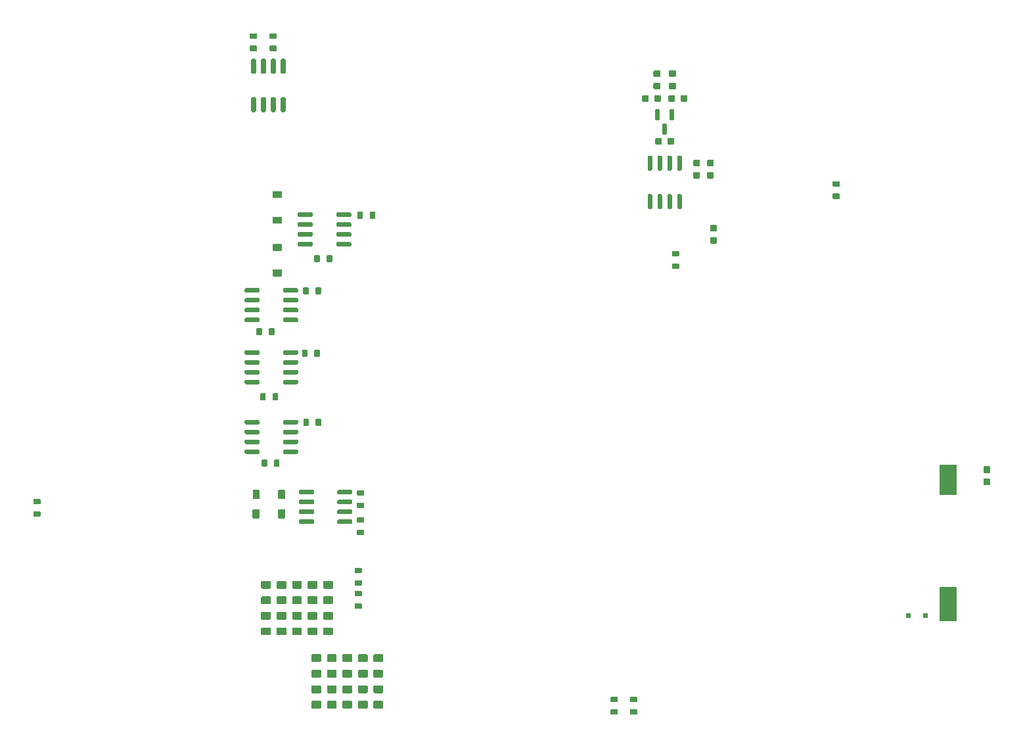
<source format=gbp>
G04 #@! TF.GenerationSoftware,KiCad,Pcbnew,8.0.9-8.0.9-0~ubuntu24.04.1*
G04 #@! TF.CreationDate,2025-10-26T12:47:24+00:00*
G04 #@! TF.ProjectId,uaefi,75616566-692e-46b6-9963-61645f706362,E*
G04 #@! TF.SameCoordinates,Original*
G04 #@! TF.FileFunction,Paste,Bot*
G04 #@! TF.FilePolarity,Positive*
%FSLAX46Y46*%
G04 Gerber Fmt 4.6, Leading zero omitted, Abs format (unit mm)*
G04 Created by KiCad (PCBNEW 8.0.9-8.0.9-0~ubuntu24.04.1) date 2025-10-26 12:47:24*
%MOMM*%
%LPD*%
G01*
G04 APERTURE LIST*
%ADD10R,2.299995X4.399991*%
%ADD11R,2.299995X3.999992*%
G04 APERTURE END LIST*
G04 #@! TO.C,D8*
G36*
G01*
X87582487Y81267023D02*
X87882487Y81267023D01*
G75*
G02*
X88032487Y81117023I0J-150000D01*
G01*
X88032487Y79942023D01*
G75*
G02*
X87882487Y79792023I-150000J0D01*
G01*
X87582487Y79792023D01*
G75*
G02*
X87432487Y79942023I0J150000D01*
G01*
X87432487Y81117023D01*
G75*
G02*
X87582487Y81267023I150000J0D01*
G01*
G37*
G36*
G01*
X89482487Y81267023D02*
X89782487Y81267023D01*
G75*
G02*
X89932487Y81117023I0J-150000D01*
G01*
X89932487Y79942023D01*
G75*
G02*
X89782487Y79792023I-150000J0D01*
G01*
X89482487Y79792023D01*
G75*
G02*
X89332487Y79942023I0J150000D01*
G01*
X89332487Y81117023D01*
G75*
G02*
X89482487Y81267023I150000J0D01*
G01*
G37*
G36*
G01*
X88532487Y79392023D02*
X88832487Y79392023D01*
G75*
G02*
X88982487Y79242023I0J-150000D01*
G01*
X88982487Y78067023D01*
G75*
G02*
X88832487Y77917023I-150000J0D01*
G01*
X88532487Y77917023D01*
G75*
G02*
X88382487Y78067023I0J150000D01*
G01*
X88382487Y79242023D01*
G75*
G02*
X88532487Y79392023I150000J0D01*
G01*
G37*
G04 #@! TD*
G04 #@! TO.C,U7*
G36*
G01*
X48300000Y67795000D02*
X48300000Y67495000D01*
G75*
G02*
X48150000Y67345000I-150000J0D01*
G01*
X46500000Y67345000D01*
G75*
G02*
X46350000Y67495000I0J150000D01*
G01*
X46350000Y67795000D01*
G75*
G02*
X46500000Y67945000I150000J0D01*
G01*
X48150000Y67945000D01*
G75*
G02*
X48300000Y67795000I0J-150000D01*
G01*
G37*
G36*
G01*
X48300000Y66525000D02*
X48300000Y66225000D01*
G75*
G02*
X48150000Y66075000I-150000J0D01*
G01*
X46500000Y66075000D01*
G75*
G02*
X46350000Y66225000I0J150000D01*
G01*
X46350000Y66525000D01*
G75*
G02*
X46500000Y66675000I150000J0D01*
G01*
X48150000Y66675000D01*
G75*
G02*
X48300000Y66525000I0J-150000D01*
G01*
G37*
G36*
G01*
X48300000Y65255000D02*
X48300000Y64955000D01*
G75*
G02*
X48150000Y64805000I-150000J0D01*
G01*
X46500000Y64805000D01*
G75*
G02*
X46350000Y64955000I0J150000D01*
G01*
X46350000Y65255000D01*
G75*
G02*
X46500000Y65405000I150000J0D01*
G01*
X48150000Y65405000D01*
G75*
G02*
X48300000Y65255000I0J-150000D01*
G01*
G37*
G36*
G01*
X48300000Y63985000D02*
X48300000Y63685000D01*
G75*
G02*
X48150000Y63535000I-150000J0D01*
G01*
X46500000Y63535000D01*
G75*
G02*
X46350000Y63685000I0J150000D01*
G01*
X46350000Y63985000D01*
G75*
G02*
X46500000Y64135000I150000J0D01*
G01*
X48150000Y64135000D01*
G75*
G02*
X48300000Y63985000I0J-150000D01*
G01*
G37*
G36*
G01*
X43350000Y63985000D02*
X43350000Y63685000D01*
G75*
G02*
X43200000Y63535000I-150000J0D01*
G01*
X41550000Y63535000D01*
G75*
G02*
X41400000Y63685000I0J150000D01*
G01*
X41400000Y63985000D01*
G75*
G02*
X41550000Y64135000I150000J0D01*
G01*
X43200000Y64135000D01*
G75*
G02*
X43350000Y63985000I0J-150000D01*
G01*
G37*
G36*
G01*
X43350000Y65255000D02*
X43350000Y64955000D01*
G75*
G02*
X43200000Y64805000I-150000J0D01*
G01*
X41550000Y64805000D01*
G75*
G02*
X41400000Y64955000I0J150000D01*
G01*
X41400000Y65255000D01*
G75*
G02*
X41550000Y65405000I150000J0D01*
G01*
X43200000Y65405000D01*
G75*
G02*
X43350000Y65255000I0J-150000D01*
G01*
G37*
G36*
G01*
X43350000Y66525000D02*
X43350000Y66225000D01*
G75*
G02*
X43200000Y66075000I-150000J0D01*
G01*
X41550000Y66075000D01*
G75*
G02*
X41400000Y66225000I0J150000D01*
G01*
X41400000Y66525000D01*
G75*
G02*
X41550000Y66675000I150000J0D01*
G01*
X43200000Y66675000D01*
G75*
G02*
X43350000Y66525000I0J-150000D01*
G01*
G37*
G36*
G01*
X43350000Y67795000D02*
X43350000Y67495000D01*
G75*
G02*
X43200000Y67345000I-150000J0D01*
G01*
X41550000Y67345000D01*
G75*
G02*
X41400000Y67495000I0J150000D01*
G01*
X41400000Y67795000D01*
G75*
G02*
X41550000Y67945000I150000J0D01*
G01*
X43200000Y67945000D01*
G75*
G02*
X43350000Y67795000I0J-150000D01*
G01*
G37*
G04 #@! TD*
G04 #@! TO.C,C10*
G36*
G01*
X45832487Y13470000D02*
X44782487Y13470000D01*
G75*
G02*
X44682487Y13570000I0J100000D01*
G01*
X44682487Y14370000D01*
G75*
G02*
X44782487Y14470000I100000J0D01*
G01*
X45832487Y14470000D01*
G75*
G02*
X45932487Y14370000I0J-100000D01*
G01*
X45932487Y13570000D01*
G75*
G02*
X45832487Y13470000I-100000J0D01*
G01*
G37*
G36*
G01*
X45832487Y15470000D02*
X44782487Y15470000D01*
G75*
G02*
X44682487Y15570000I0J100000D01*
G01*
X44682487Y16370000D01*
G75*
G02*
X44782487Y16470000I100000J0D01*
G01*
X45832487Y16470000D01*
G75*
G02*
X45932487Y16370000I0J-100000D01*
G01*
X45932487Y15570000D01*
G75*
G02*
X45832487Y15470000I-100000J0D01*
G01*
G37*
G04 #@! TD*
G04 #@! TO.C,C27*
G36*
G01*
X94642487Y66325001D02*
X95322487Y66325001D01*
G75*
G02*
X95407487Y66240001I0J-85000D01*
G01*
X95407487Y65560001D01*
G75*
G02*
X95322487Y65475001I-85000J0D01*
G01*
X94642487Y65475001D01*
G75*
G02*
X94557487Y65560001I0J85000D01*
G01*
X94557487Y66240001D01*
G75*
G02*
X94642487Y66325001I85000J0D01*
G01*
G37*
G36*
G01*
X94642487Y64744999D02*
X95322487Y64744999D01*
G75*
G02*
X95407487Y64659999I0J-85000D01*
G01*
X95407487Y63979999D01*
G75*
G02*
X95322487Y63894999I-85000J0D01*
G01*
X94642487Y63894999D01*
G75*
G02*
X94557487Y63979999I0J85000D01*
G01*
X94557487Y64659999D01*
G75*
G02*
X94642487Y64744999I85000J0D01*
G01*
G37*
G04 #@! TD*
G04 #@! TO.C,D4*
G36*
G01*
X35585000Y31100000D02*
X35585000Y32120000D01*
G75*
G02*
X35675000Y32210000I90000J0D01*
G01*
X36395000Y32210000D01*
G75*
G02*
X36485000Y32120000I0J-90000D01*
G01*
X36485000Y31100000D01*
G75*
G02*
X36395000Y31010000I-90000J0D01*
G01*
X35675000Y31010000D01*
G75*
G02*
X35585000Y31100000I0J90000D01*
G01*
G37*
G36*
G01*
X38885000Y31100000D02*
X38885000Y32120000D01*
G75*
G02*
X38975000Y32210000I90000J0D01*
G01*
X39695000Y32210000D01*
G75*
G02*
X39785000Y32120000I0J-90000D01*
G01*
X39785000Y31100000D01*
G75*
G02*
X39695000Y31010000I-90000J0D01*
G01*
X38975000Y31010000D01*
G75*
G02*
X38885000Y31100000I0J90000D01*
G01*
G37*
G04 #@! TD*
D10*
G04 #@! TO.C,BT1*
X125182487Y17510048D03*
D11*
X125182487Y33510067D03*
G04 #@! TD*
G04 #@! TO.C,U10*
G36*
G01*
X41450000Y50055000D02*
X41450000Y49755000D01*
G75*
G02*
X41300000Y49605000I-150000J0D01*
G01*
X39650000Y49605000D01*
G75*
G02*
X39500000Y49755000I0J150000D01*
G01*
X39500000Y50055000D01*
G75*
G02*
X39650000Y50205000I150000J0D01*
G01*
X41300000Y50205000D01*
G75*
G02*
X41450000Y50055000I0J-150000D01*
G01*
G37*
G36*
G01*
X41450000Y48785000D02*
X41450000Y48485000D01*
G75*
G02*
X41300000Y48335000I-150000J0D01*
G01*
X39650000Y48335000D01*
G75*
G02*
X39500000Y48485000I0J150000D01*
G01*
X39500000Y48785000D01*
G75*
G02*
X39650000Y48935000I150000J0D01*
G01*
X41300000Y48935000D01*
G75*
G02*
X41450000Y48785000I0J-150000D01*
G01*
G37*
G36*
G01*
X41450000Y47515000D02*
X41450000Y47215000D01*
G75*
G02*
X41300000Y47065000I-150000J0D01*
G01*
X39650000Y47065000D01*
G75*
G02*
X39500000Y47215000I0J150000D01*
G01*
X39500000Y47515000D01*
G75*
G02*
X39650000Y47665000I150000J0D01*
G01*
X41300000Y47665000D01*
G75*
G02*
X41450000Y47515000I0J-150000D01*
G01*
G37*
G36*
G01*
X41450000Y46245000D02*
X41450000Y45945000D01*
G75*
G02*
X41300000Y45795000I-150000J0D01*
G01*
X39650000Y45795000D01*
G75*
G02*
X39500000Y45945000I0J150000D01*
G01*
X39500000Y46245000D01*
G75*
G02*
X39650000Y46395000I150000J0D01*
G01*
X41300000Y46395000D01*
G75*
G02*
X41450000Y46245000I0J-150000D01*
G01*
G37*
G36*
G01*
X36500000Y46245000D02*
X36500000Y45945000D01*
G75*
G02*
X36350000Y45795000I-150000J0D01*
G01*
X34700000Y45795000D01*
G75*
G02*
X34550000Y45945000I0J150000D01*
G01*
X34550000Y46245000D01*
G75*
G02*
X34700000Y46395000I150000J0D01*
G01*
X36350000Y46395000D01*
G75*
G02*
X36500000Y46245000I0J-150000D01*
G01*
G37*
G36*
G01*
X36500000Y47515000D02*
X36500000Y47215000D01*
G75*
G02*
X36350000Y47065000I-150000J0D01*
G01*
X34700000Y47065000D01*
G75*
G02*
X34550000Y47215000I0J150000D01*
G01*
X34550000Y47515000D01*
G75*
G02*
X34700000Y47665000I150000J0D01*
G01*
X36350000Y47665000D01*
G75*
G02*
X36500000Y47515000I0J-150000D01*
G01*
G37*
G36*
G01*
X36500000Y48785000D02*
X36500000Y48485000D01*
G75*
G02*
X36350000Y48335000I-150000J0D01*
G01*
X34700000Y48335000D01*
G75*
G02*
X34550000Y48485000I0J150000D01*
G01*
X34550000Y48785000D01*
G75*
G02*
X34700000Y48935000I150000J0D01*
G01*
X36350000Y48935000D01*
G75*
G02*
X36500000Y48785000I0J-150000D01*
G01*
G37*
G36*
G01*
X36500000Y50055000D02*
X36500000Y49755000D01*
G75*
G02*
X36350000Y49605000I-150000J0D01*
G01*
X34700000Y49605000D01*
G75*
G02*
X34550000Y49755000I0J150000D01*
G01*
X34550000Y50055000D01*
G75*
G02*
X34700000Y50205000I150000J0D01*
G01*
X36350000Y50205000D01*
G75*
G02*
X36500000Y50055000I0J-150000D01*
G01*
G37*
G04 #@! TD*
G04 #@! TO.C,R31*
G36*
G01*
X44240000Y50180000D02*
X44240000Y49400000D01*
G75*
G02*
X44170000Y49330000I-70000J0D01*
G01*
X43610000Y49330000D01*
G75*
G02*
X43540000Y49400000I0J70000D01*
G01*
X43540000Y50180000D01*
G75*
G02*
X43610000Y50250000I70000J0D01*
G01*
X44170000Y50250000D01*
G75*
G02*
X44240000Y50180000I0J-70000D01*
G01*
G37*
G36*
G01*
X42640000Y50180000D02*
X42640000Y49400000D01*
G75*
G02*
X42570000Y49330000I-70000J0D01*
G01*
X42010000Y49330000D01*
G75*
G02*
X41940000Y49400000I0J70000D01*
G01*
X41940000Y50180000D01*
G75*
G02*
X42010000Y50250000I70000J0D01*
G01*
X42570000Y50250000D01*
G75*
G02*
X42640000Y50180000I0J-70000D01*
G01*
G37*
G04 #@! TD*
G04 #@! TO.C,C30*
G36*
G01*
X91587489Y82950000D02*
X91587489Y82270000D01*
G75*
G02*
X91502489Y82185000I-85000J0D01*
G01*
X90822489Y82185000D01*
G75*
G02*
X90737489Y82270000I0J85000D01*
G01*
X90737489Y82950000D01*
G75*
G02*
X90822489Y83035000I85000J0D01*
G01*
X91502489Y83035000D01*
G75*
G02*
X91587489Y82950000I0J-85000D01*
G01*
G37*
G36*
G01*
X90007487Y82950000D02*
X90007487Y82270000D01*
G75*
G02*
X89922487Y82185000I-85000J0D01*
G01*
X89242487Y82185000D01*
G75*
G02*
X89157487Y82270000I0J85000D01*
G01*
X89157487Y82950000D01*
G75*
G02*
X89242487Y83035000I85000J0D01*
G01*
X89922487Y83035000D01*
G75*
G02*
X90007487Y82950000I0J-85000D01*
G01*
G37*
G04 #@! TD*
G04 #@! TO.C,C7*
G36*
G01*
X39832487Y13470000D02*
X38782487Y13470000D01*
G75*
G02*
X38682487Y13570000I0J100000D01*
G01*
X38682487Y14370000D01*
G75*
G02*
X38782487Y14470000I100000J0D01*
G01*
X39832487Y14470000D01*
G75*
G02*
X39932487Y14370000I0J-100000D01*
G01*
X39932487Y13570000D01*
G75*
G02*
X39832487Y13470000I-100000J0D01*
G01*
G37*
G36*
G01*
X39832487Y15470000D02*
X38782487Y15470000D01*
G75*
G02*
X38682487Y15570000I0J100000D01*
G01*
X38682487Y16370000D01*
G75*
G02*
X38782487Y16470000I100000J0D01*
G01*
X39832487Y16470000D01*
G75*
G02*
X39932487Y16370000I0J-100000D01*
G01*
X39932487Y15570000D01*
G75*
G02*
X39832487Y15470000I-100000J0D01*
G01*
G37*
G04 #@! TD*
G04 #@! TO.C,C33*
G36*
G01*
X129842487Y35225001D02*
X130522487Y35225001D01*
G75*
G02*
X130607487Y35140001I0J-85000D01*
G01*
X130607487Y34460001D01*
G75*
G02*
X130522487Y34375001I-85000J0D01*
G01*
X129842487Y34375001D01*
G75*
G02*
X129757487Y34460001I0J85000D01*
G01*
X129757487Y35140001D01*
G75*
G02*
X129842487Y35225001I85000J0D01*
G01*
G37*
G36*
G01*
X129842487Y33644999D02*
X130522487Y33644999D01*
G75*
G02*
X130607487Y33559999I0J-85000D01*
G01*
X130607487Y32879999D01*
G75*
G02*
X130522487Y32794999I-85000J0D01*
G01*
X129842487Y32794999D01*
G75*
G02*
X129757487Y32879999I0J85000D01*
G01*
X129757487Y33559999D01*
G75*
G02*
X129842487Y33644999I85000J0D01*
G01*
G37*
G04 #@! TD*
G04 #@! TO.C,C29*
G36*
G01*
X87467486Y76752023D02*
X87467486Y77432023D01*
G75*
G02*
X87552486Y77517023I85000J0D01*
G01*
X88232486Y77517023D01*
G75*
G02*
X88317486Y77432023I0J-85000D01*
G01*
X88317486Y76752023D01*
G75*
G02*
X88232486Y76667023I-85000J0D01*
G01*
X87552486Y76667023D01*
G75*
G02*
X87467486Y76752023I0J85000D01*
G01*
G37*
G36*
G01*
X89047488Y76752023D02*
X89047488Y77432023D01*
G75*
G02*
X89132488Y77517023I85000J0D01*
G01*
X89812488Y77517023D01*
G75*
G02*
X89897488Y77432023I0J-85000D01*
G01*
X89897488Y76752023D01*
G75*
G02*
X89812488Y76667023I-85000J0D01*
G01*
X89132488Y76667023D01*
G75*
G02*
X89047488Y76752023I0J85000D01*
G01*
G37*
G04 #@! TD*
G04 #@! TO.C,R34*
G36*
G01*
X36080000Y52180000D02*
X36080000Y52960000D01*
G75*
G02*
X36150000Y53030000I70000J0D01*
G01*
X36710000Y53030000D01*
G75*
G02*
X36780000Y52960000I0J-70000D01*
G01*
X36780000Y52180000D01*
G75*
G02*
X36710000Y52110000I-70000J0D01*
G01*
X36150000Y52110000D01*
G75*
G02*
X36080000Y52180000I0J70000D01*
G01*
G37*
G36*
G01*
X37680000Y52180000D02*
X37680000Y52960000D01*
G75*
G02*
X37750000Y53030000I70000J0D01*
G01*
X38310000Y53030000D01*
G75*
G02*
X38380000Y52960000I0J-70000D01*
G01*
X38380000Y52180000D01*
G75*
G02*
X38310000Y52110000I-70000J0D01*
G01*
X37750000Y52110000D01*
G75*
G02*
X37680000Y52180000I0J70000D01*
G01*
G37*
G04 #@! TD*
G04 #@! TO.C,R1*
G36*
G01*
X8170000Y28730000D02*
X7390000Y28730000D01*
G75*
G02*
X7320000Y28800000I0J70000D01*
G01*
X7320000Y29360000D01*
G75*
G02*
X7390000Y29430000I70000J0D01*
G01*
X8170000Y29430000D01*
G75*
G02*
X8240000Y29360000I0J-70000D01*
G01*
X8240000Y28800000D01*
G75*
G02*
X8170000Y28730000I-70000J0D01*
G01*
G37*
G36*
G01*
X8170000Y30330000D02*
X7390000Y30330000D01*
G75*
G02*
X7320000Y30400000I0J70000D01*
G01*
X7320000Y30960000D01*
G75*
G02*
X7390000Y31030000I70000J0D01*
G01*
X8170000Y31030000D01*
G75*
G02*
X8240000Y30960000I0J-70000D01*
G01*
X8240000Y30400000D01*
G75*
G02*
X8170000Y30330000I-70000J0D01*
G01*
G37*
G04 #@! TD*
G04 #@! TO.C,C17*
G36*
G01*
X49257487Y11010000D02*
X50307487Y11010000D01*
G75*
G02*
X50407487Y10910000I0J-100000D01*
G01*
X50407487Y10110000D01*
G75*
G02*
X50307487Y10010000I-100000J0D01*
G01*
X49257487Y10010000D01*
G75*
G02*
X49157487Y10110000I0J100000D01*
G01*
X49157487Y10910000D01*
G75*
G02*
X49257487Y11010000I100000J0D01*
G01*
G37*
G36*
G01*
X49257487Y9010000D02*
X50307487Y9010000D01*
G75*
G02*
X50407487Y8910000I0J-100000D01*
G01*
X50407487Y8110000D01*
G75*
G02*
X50307487Y8010000I-100000J0D01*
G01*
X49257487Y8010000D01*
G75*
G02*
X49157487Y8110000I0J100000D01*
G01*
X49157487Y8910000D01*
G75*
G02*
X49257487Y9010000I100000J0D01*
G01*
G37*
G04 #@! TD*
G04 #@! TO.C,C3*
G36*
G01*
X40782487Y20470000D02*
X41832487Y20470000D01*
G75*
G02*
X41932487Y20370000I0J-100000D01*
G01*
X41932487Y19570000D01*
G75*
G02*
X41832487Y19470000I-100000J0D01*
G01*
X40782487Y19470000D01*
G75*
G02*
X40682487Y19570000I0J100000D01*
G01*
X40682487Y20370000D01*
G75*
G02*
X40782487Y20470000I100000J0D01*
G01*
G37*
G36*
G01*
X40782487Y18470000D02*
X41832487Y18470000D01*
G75*
G02*
X41932487Y18370000I0J-100000D01*
G01*
X41932487Y17570000D01*
G75*
G02*
X41832487Y17470000I-100000J0D01*
G01*
X40782487Y17470000D01*
G75*
G02*
X40682487Y17570000I0J100000D01*
G01*
X40682487Y18370000D01*
G75*
G02*
X40782487Y18470000I100000J0D01*
G01*
G37*
G04 #@! TD*
G04 #@! TO.C,C23*
G36*
G01*
X52307487Y4010000D02*
X51257487Y4010000D01*
G75*
G02*
X51157487Y4110000I0J100000D01*
G01*
X51157487Y4910000D01*
G75*
G02*
X51257487Y5010000I100000J0D01*
G01*
X52307487Y5010000D01*
G75*
G02*
X52407487Y4910000I0J-100000D01*
G01*
X52407487Y4110000D01*
G75*
G02*
X52307487Y4010000I-100000J0D01*
G01*
G37*
G36*
G01*
X52307487Y6010000D02*
X51257487Y6010000D01*
G75*
G02*
X51157487Y6110000I0J100000D01*
G01*
X51157487Y6910000D01*
G75*
G02*
X51257487Y7010000I100000J0D01*
G01*
X52307487Y7010000D01*
G75*
G02*
X52407487Y6910000I0J-100000D01*
G01*
X52407487Y6110000D01*
G75*
G02*
X52307487Y6010000I-100000J0D01*
G01*
G37*
G04 #@! TD*
G04 #@! TO.C,U4*
G36*
G01*
X86627487Y75260000D02*
X86927487Y75260000D01*
G75*
G02*
X87077487Y75110000I0J-150000D01*
G01*
X87077487Y73460000D01*
G75*
G02*
X86927487Y73310000I-150000J0D01*
G01*
X86627487Y73310000D01*
G75*
G02*
X86477487Y73460000I0J150000D01*
G01*
X86477487Y75110000D01*
G75*
G02*
X86627487Y75260000I150000J0D01*
G01*
G37*
G36*
G01*
X87897487Y75260000D02*
X88197487Y75260000D01*
G75*
G02*
X88347487Y75110000I0J-150000D01*
G01*
X88347487Y73460000D01*
G75*
G02*
X88197487Y73310000I-150000J0D01*
G01*
X87897487Y73310000D01*
G75*
G02*
X87747487Y73460000I0J150000D01*
G01*
X87747487Y75110000D01*
G75*
G02*
X87897487Y75260000I150000J0D01*
G01*
G37*
G36*
G01*
X89167487Y75260000D02*
X89467487Y75260000D01*
G75*
G02*
X89617487Y75110000I0J-150000D01*
G01*
X89617487Y73460000D01*
G75*
G02*
X89467487Y73310000I-150000J0D01*
G01*
X89167487Y73310000D01*
G75*
G02*
X89017487Y73460000I0J150000D01*
G01*
X89017487Y75110000D01*
G75*
G02*
X89167487Y75260000I150000J0D01*
G01*
G37*
G36*
G01*
X90437487Y75260000D02*
X90737487Y75260000D01*
G75*
G02*
X90887487Y75110000I0J-150000D01*
G01*
X90887487Y73460000D01*
G75*
G02*
X90737487Y73310000I-150000J0D01*
G01*
X90437487Y73310000D01*
G75*
G02*
X90287487Y73460000I0J150000D01*
G01*
X90287487Y75110000D01*
G75*
G02*
X90437487Y75260000I150000J0D01*
G01*
G37*
G36*
G01*
X90437487Y70310000D02*
X90737487Y70310000D01*
G75*
G02*
X90887487Y70160000I0J-150000D01*
G01*
X90887487Y68510000D01*
G75*
G02*
X90737487Y68360000I-150000J0D01*
G01*
X90437487Y68360000D01*
G75*
G02*
X90287487Y68510000I0J150000D01*
G01*
X90287487Y70160000D01*
G75*
G02*
X90437487Y70310000I150000J0D01*
G01*
G37*
G36*
G01*
X89167487Y70310000D02*
X89467487Y70310000D01*
G75*
G02*
X89617487Y70160000I0J-150000D01*
G01*
X89617487Y68510000D01*
G75*
G02*
X89467487Y68360000I-150000J0D01*
G01*
X89167487Y68360000D01*
G75*
G02*
X89017487Y68510000I0J150000D01*
G01*
X89017487Y70160000D01*
G75*
G02*
X89167487Y70310000I150000J0D01*
G01*
G37*
G36*
G01*
X87897487Y70310000D02*
X88197487Y70310000D01*
G75*
G02*
X88347487Y70160000I0J-150000D01*
G01*
X88347487Y68510000D01*
G75*
G02*
X88197487Y68360000I-150000J0D01*
G01*
X87897487Y68360000D01*
G75*
G02*
X87747487Y68510000I0J150000D01*
G01*
X87747487Y70160000D01*
G75*
G02*
X87897487Y70310000I150000J0D01*
G01*
G37*
G36*
G01*
X86627487Y70310000D02*
X86927487Y70310000D01*
G75*
G02*
X87077487Y70160000I0J-150000D01*
G01*
X87077487Y68510000D01*
G75*
G02*
X86927487Y68360000I-150000J0D01*
G01*
X86627487Y68360000D01*
G75*
G02*
X86477487Y68510000I0J150000D01*
G01*
X86477487Y70160000D01*
G75*
G02*
X86627487Y70310000I150000J0D01*
G01*
G37*
G04 #@! TD*
G04 #@! TO.C,C1*
G36*
G01*
X36782487Y20470000D02*
X37832487Y20470000D01*
G75*
G02*
X37932487Y20370000I0J-100000D01*
G01*
X37932487Y19570000D01*
G75*
G02*
X37832487Y19470000I-100000J0D01*
G01*
X36782487Y19470000D01*
G75*
G02*
X36682487Y19570000I0J100000D01*
G01*
X36682487Y20370000D01*
G75*
G02*
X36782487Y20470000I100000J0D01*
G01*
G37*
G36*
G01*
X36782487Y18470000D02*
X37832487Y18470000D01*
G75*
G02*
X37932487Y18370000I0J-100000D01*
G01*
X37932487Y17570000D01*
G75*
G02*
X37832487Y17470000I-100000J0D01*
G01*
X36782487Y17470000D01*
G75*
G02*
X36682487Y17570000I0J100000D01*
G01*
X36682487Y18370000D01*
G75*
G02*
X36782487Y18470000I100000J0D01*
G01*
G37*
G04 #@! TD*
G04 #@! TO.C,U11*
G36*
G01*
X41450000Y58055000D02*
X41450000Y57755000D01*
G75*
G02*
X41300000Y57605000I-150000J0D01*
G01*
X39650000Y57605000D01*
G75*
G02*
X39500000Y57755000I0J150000D01*
G01*
X39500000Y58055000D01*
G75*
G02*
X39650000Y58205000I150000J0D01*
G01*
X41300000Y58205000D01*
G75*
G02*
X41450000Y58055000I0J-150000D01*
G01*
G37*
G36*
G01*
X41450000Y56785000D02*
X41450000Y56485000D01*
G75*
G02*
X41300000Y56335000I-150000J0D01*
G01*
X39650000Y56335000D01*
G75*
G02*
X39500000Y56485000I0J150000D01*
G01*
X39500000Y56785000D01*
G75*
G02*
X39650000Y56935000I150000J0D01*
G01*
X41300000Y56935000D01*
G75*
G02*
X41450000Y56785000I0J-150000D01*
G01*
G37*
G36*
G01*
X41450000Y55515000D02*
X41450000Y55215000D01*
G75*
G02*
X41300000Y55065000I-150000J0D01*
G01*
X39650000Y55065000D01*
G75*
G02*
X39500000Y55215000I0J150000D01*
G01*
X39500000Y55515000D01*
G75*
G02*
X39650000Y55665000I150000J0D01*
G01*
X41300000Y55665000D01*
G75*
G02*
X41450000Y55515000I0J-150000D01*
G01*
G37*
G36*
G01*
X41450000Y54245000D02*
X41450000Y53945000D01*
G75*
G02*
X41300000Y53795000I-150000J0D01*
G01*
X39650000Y53795000D01*
G75*
G02*
X39500000Y53945000I0J150000D01*
G01*
X39500000Y54245000D01*
G75*
G02*
X39650000Y54395000I150000J0D01*
G01*
X41300000Y54395000D01*
G75*
G02*
X41450000Y54245000I0J-150000D01*
G01*
G37*
G36*
G01*
X36500000Y54245000D02*
X36500000Y53945000D01*
G75*
G02*
X36350000Y53795000I-150000J0D01*
G01*
X34700000Y53795000D01*
G75*
G02*
X34550000Y53945000I0J150000D01*
G01*
X34550000Y54245000D01*
G75*
G02*
X34700000Y54395000I150000J0D01*
G01*
X36350000Y54395000D01*
G75*
G02*
X36500000Y54245000I0J-150000D01*
G01*
G37*
G36*
G01*
X36500000Y55515000D02*
X36500000Y55215000D01*
G75*
G02*
X36350000Y55065000I-150000J0D01*
G01*
X34700000Y55065000D01*
G75*
G02*
X34550000Y55215000I0J150000D01*
G01*
X34550000Y55515000D01*
G75*
G02*
X34700000Y55665000I150000J0D01*
G01*
X36350000Y55665000D01*
G75*
G02*
X36500000Y55515000I0J-150000D01*
G01*
G37*
G36*
G01*
X36500000Y56785000D02*
X36500000Y56485000D01*
G75*
G02*
X36350000Y56335000I-150000J0D01*
G01*
X34700000Y56335000D01*
G75*
G02*
X34550000Y56485000I0J150000D01*
G01*
X34550000Y56785000D01*
G75*
G02*
X34700000Y56935000I150000J0D01*
G01*
X36350000Y56935000D01*
G75*
G02*
X36500000Y56785000I0J-150000D01*
G01*
G37*
G36*
G01*
X36500000Y58055000D02*
X36500000Y57755000D01*
G75*
G02*
X36350000Y57605000I-150000J0D01*
G01*
X34700000Y57605000D01*
G75*
G02*
X34550000Y57755000I0J150000D01*
G01*
X34550000Y58055000D01*
G75*
G02*
X34700000Y58205000I150000J0D01*
G01*
X36350000Y58205000D01*
G75*
G02*
X36500000Y58055000I0J-150000D01*
G01*
G37*
G04 #@! TD*
G04 #@! TO.C,C31*
G36*
G01*
X93122487Y72294999D02*
X92442487Y72294999D01*
G75*
G02*
X92357487Y72379999I0J85000D01*
G01*
X92357487Y73059999D01*
G75*
G02*
X92442487Y73144999I85000J0D01*
G01*
X93122487Y73144999D01*
G75*
G02*
X93207487Y73059999I0J-85000D01*
G01*
X93207487Y72379999D01*
G75*
G02*
X93122487Y72294999I-85000J0D01*
G01*
G37*
G36*
G01*
X93122487Y73875001D02*
X92442487Y73875001D01*
G75*
G02*
X92357487Y73960001I0J85000D01*
G01*
X92357487Y74640001D01*
G75*
G02*
X92442487Y74725001I85000J0D01*
G01*
X93122487Y74725001D01*
G75*
G02*
X93207487Y74640001I0J-85000D01*
G01*
X93207487Y73960001D01*
G75*
G02*
X93122487Y73875001I-85000J0D01*
G01*
G37*
G04 #@! TD*
G04 #@! TO.C,C14*
G36*
G01*
X43257487Y11010000D02*
X44307487Y11010000D01*
G75*
G02*
X44407487Y10910000I0J-100000D01*
G01*
X44407487Y10110000D01*
G75*
G02*
X44307487Y10010000I-100000J0D01*
G01*
X43257487Y10010000D01*
G75*
G02*
X43157487Y10110000I0J100000D01*
G01*
X43157487Y10910000D01*
G75*
G02*
X43257487Y11010000I100000J0D01*
G01*
G37*
G36*
G01*
X43257487Y9010000D02*
X44307487Y9010000D01*
G75*
G02*
X44407487Y8910000I0J-100000D01*
G01*
X44407487Y8110000D01*
G75*
G02*
X44307487Y8010000I-100000J0D01*
G01*
X43257487Y8010000D01*
G75*
G02*
X43157487Y8110000I0J100000D01*
G01*
X43157487Y8910000D01*
G75*
G02*
X43257487Y9010000I100000J0D01*
G01*
G37*
G04 #@! TD*
G04 #@! TO.C,C19*
G36*
G01*
X44307487Y4010000D02*
X43257487Y4010000D01*
G75*
G02*
X43157487Y4110000I0J100000D01*
G01*
X43157487Y4910000D01*
G75*
G02*
X43257487Y5010000I100000J0D01*
G01*
X44307487Y5010000D01*
G75*
G02*
X44407487Y4910000I0J-100000D01*
G01*
X44407487Y4110000D01*
G75*
G02*
X44307487Y4010000I-100000J0D01*
G01*
G37*
G36*
G01*
X44307487Y6010000D02*
X43257487Y6010000D01*
G75*
G02*
X43157487Y6110000I0J100000D01*
G01*
X43157487Y6910000D01*
G75*
G02*
X43257487Y7010000I100000J0D01*
G01*
X44307487Y7010000D01*
G75*
G02*
X44407487Y6910000I0J-100000D01*
G01*
X44407487Y6110000D01*
G75*
G02*
X44307487Y6010000I-100000J0D01*
G01*
G37*
G04 #@! TD*
G04 #@! TO.C,C4*
G36*
G01*
X42782487Y20470000D02*
X43832487Y20470000D01*
G75*
G02*
X43932487Y20370000I0J-100000D01*
G01*
X43932487Y19570000D01*
G75*
G02*
X43832487Y19470000I-100000J0D01*
G01*
X42782487Y19470000D01*
G75*
G02*
X42682487Y19570000I0J100000D01*
G01*
X42682487Y20370000D01*
G75*
G02*
X42782487Y20470000I100000J0D01*
G01*
G37*
G36*
G01*
X42782487Y18470000D02*
X43832487Y18470000D01*
G75*
G02*
X43932487Y18370000I0J-100000D01*
G01*
X43932487Y17570000D01*
G75*
G02*
X43832487Y17470000I-100000J0D01*
G01*
X42782487Y17470000D01*
G75*
G02*
X42682487Y17570000I0J100000D01*
G01*
X42682487Y18370000D01*
G75*
G02*
X42782487Y18470000I100000J0D01*
G01*
G37*
G04 #@! TD*
G04 #@! TO.C,R10*
G36*
G01*
X51390000Y67960000D02*
X51390000Y67180000D01*
G75*
G02*
X51320000Y67110000I-70000J0D01*
G01*
X50760000Y67110000D01*
G75*
G02*
X50690000Y67180000I0J70000D01*
G01*
X50690000Y67960000D01*
G75*
G02*
X50760000Y68030000I70000J0D01*
G01*
X51320000Y68030000D01*
G75*
G02*
X51390000Y67960000I0J-70000D01*
G01*
G37*
G36*
G01*
X49790000Y67960000D02*
X49790000Y67180000D01*
G75*
G02*
X49720000Y67110000I-70000J0D01*
G01*
X49160000Y67110000D01*
G75*
G02*
X49090000Y67180000I0J70000D01*
G01*
X49090000Y67960000D01*
G75*
G02*
X49160000Y68030000I70000J0D01*
G01*
X49720000Y68030000D01*
G75*
G02*
X49790000Y67960000I0J-70000D01*
G01*
G37*
G04 #@! TD*
G04 #@! TO.C,D2*
G36*
G01*
X39290000Y66485000D02*
X38270000Y66485000D01*
G75*
G02*
X38180000Y66575000I0J90000D01*
G01*
X38180000Y67295000D01*
G75*
G02*
X38270000Y67385000I90000J0D01*
G01*
X39290000Y67385000D01*
G75*
G02*
X39380000Y67295000I0J-90000D01*
G01*
X39380000Y66575000D01*
G75*
G02*
X39290000Y66485000I-90000J0D01*
G01*
G37*
G36*
G01*
X39290000Y69785000D02*
X38270000Y69785000D01*
G75*
G02*
X38180000Y69875000I0J90000D01*
G01*
X38180000Y70595000D01*
G75*
G02*
X38270000Y70685000I90000J0D01*
G01*
X39290000Y70685000D01*
G75*
G02*
X39380000Y70595000I0J-90000D01*
G01*
X39380000Y69875000D01*
G75*
G02*
X39290000Y69785000I-90000J0D01*
G01*
G37*
G04 #@! TD*
G04 #@! TO.C,D1*
G36*
G01*
X120322487Y15710000D02*
X119842487Y15710000D01*
G75*
G02*
X119782487Y15770000I0J60000D01*
G01*
X119782487Y16250000D01*
G75*
G02*
X119842487Y16310000I60000J0D01*
G01*
X120322487Y16310000D01*
G75*
G02*
X120382487Y16250000I0J-60000D01*
G01*
X120382487Y15770000D01*
G75*
G02*
X120322487Y15710000I-60000J0D01*
G01*
G37*
G36*
G01*
X122522487Y15710000D02*
X122042487Y15710000D01*
G75*
G02*
X121982487Y15770000I0J60000D01*
G01*
X121982487Y16250000D01*
G75*
G02*
X122042487Y16310000I60000J0D01*
G01*
X122522487Y16310000D01*
G75*
G02*
X122582487Y16250000I0J-60000D01*
G01*
X122582487Y15770000D01*
G75*
G02*
X122522487Y15710000I-60000J0D01*
G01*
G37*
G04 #@! TD*
G04 #@! TO.C,R33*
G36*
G01*
X44400000Y58230000D02*
X44400000Y57450000D01*
G75*
G02*
X44330000Y57380000I-70000J0D01*
G01*
X43770000Y57380000D01*
G75*
G02*
X43700000Y57450000I0J70000D01*
G01*
X43700000Y58230000D01*
G75*
G02*
X43770000Y58300000I70000J0D01*
G01*
X44330000Y58300000D01*
G75*
G02*
X44400000Y58230000I0J-70000D01*
G01*
G37*
G36*
G01*
X42800000Y58230000D02*
X42800000Y57450000D01*
G75*
G02*
X42730000Y57380000I-70000J0D01*
G01*
X42170000Y57380000D01*
G75*
G02*
X42100000Y57450000I0J70000D01*
G01*
X42100000Y58230000D01*
G75*
G02*
X42170000Y58300000I70000J0D01*
G01*
X42730000Y58300000D01*
G75*
G02*
X42800000Y58230000I0J-70000D01*
G01*
G37*
G04 #@! TD*
G04 #@! TO.C,C21*
G36*
G01*
X48307487Y4010000D02*
X47257487Y4010000D01*
G75*
G02*
X47157487Y4110000I0J100000D01*
G01*
X47157487Y4910000D01*
G75*
G02*
X47257487Y5010000I100000J0D01*
G01*
X48307487Y5010000D01*
G75*
G02*
X48407487Y4910000I0J-100000D01*
G01*
X48407487Y4110000D01*
G75*
G02*
X48307487Y4010000I-100000J0D01*
G01*
G37*
G36*
G01*
X48307487Y6010000D02*
X47257487Y6010000D01*
G75*
G02*
X47157487Y6110000I0J100000D01*
G01*
X47157487Y6910000D01*
G75*
G02*
X47257487Y7010000I100000J0D01*
G01*
X48307487Y7010000D01*
G75*
G02*
X48407487Y6910000I0J-100000D01*
G01*
X48407487Y6110000D01*
G75*
G02*
X48307487Y6010000I-100000J0D01*
G01*
G37*
G04 #@! TD*
G04 #@! TO.C,R7*
G36*
G01*
X82572487Y3238318D02*
X81792487Y3238318D01*
G75*
G02*
X81722487Y3308318I0J70000D01*
G01*
X81722487Y3868318D01*
G75*
G02*
X81792487Y3938318I70000J0D01*
G01*
X82572487Y3938318D01*
G75*
G02*
X82642487Y3868318I0J-70000D01*
G01*
X82642487Y3308318D01*
G75*
G02*
X82572487Y3238318I-70000J0D01*
G01*
G37*
G36*
G01*
X82572487Y4838318D02*
X81792487Y4838318D01*
G75*
G02*
X81722487Y4908318I0J70000D01*
G01*
X81722487Y5468318D01*
G75*
G02*
X81792487Y5538318I70000J0D01*
G01*
X82572487Y5538318D01*
G75*
G02*
X82642487Y5468318I0J-70000D01*
G01*
X82642487Y4908318D01*
G75*
G02*
X82572487Y4838318I-70000J0D01*
G01*
G37*
G04 #@! TD*
G04 #@! TO.C,C32*
G36*
G01*
X94922487Y72294999D02*
X94242487Y72294999D01*
G75*
G02*
X94157487Y72379999I0J85000D01*
G01*
X94157487Y73059999D01*
G75*
G02*
X94242487Y73144999I85000J0D01*
G01*
X94922487Y73144999D01*
G75*
G02*
X95007487Y73059999I0J-85000D01*
G01*
X95007487Y72379999D01*
G75*
G02*
X94922487Y72294999I-85000J0D01*
G01*
G37*
G36*
G01*
X94922487Y73875001D02*
X94242487Y73875001D01*
G75*
G02*
X94157487Y73960001I0J85000D01*
G01*
X94157487Y74640001D01*
G75*
G02*
X94242487Y74725001I85000J0D01*
G01*
X94922487Y74725001D01*
G75*
G02*
X95007487Y74640001I0J-85000D01*
G01*
X95007487Y73960001D01*
G75*
G02*
X94922487Y73875001I-85000J0D01*
G01*
G37*
G04 #@! TD*
G04 #@! TO.C,R16*
G36*
G01*
X38622487Y88710000D02*
X37842487Y88710000D01*
G75*
G02*
X37772487Y88780000I0J70000D01*
G01*
X37772487Y89340000D01*
G75*
G02*
X37842487Y89410000I70000J0D01*
G01*
X38622487Y89410000D01*
G75*
G02*
X38692487Y89340000I0J-70000D01*
G01*
X38692487Y88780000D01*
G75*
G02*
X38622487Y88710000I-70000J0D01*
G01*
G37*
G36*
G01*
X38622487Y90310000D02*
X37842487Y90310000D01*
G75*
G02*
X37772487Y90380000I0J70000D01*
G01*
X37772487Y90940000D01*
G75*
G02*
X37842487Y91010000I70000J0D01*
G01*
X38622487Y91010000D01*
G75*
G02*
X38692487Y90940000I0J-70000D01*
G01*
X38692487Y90380000D01*
G75*
G02*
X38622487Y90310000I-70000J0D01*
G01*
G37*
G04 #@! TD*
G04 #@! TO.C,U9*
G36*
G01*
X41450000Y41055000D02*
X41450000Y40755000D01*
G75*
G02*
X41300000Y40605000I-150000J0D01*
G01*
X39650000Y40605000D01*
G75*
G02*
X39500000Y40755000I0J150000D01*
G01*
X39500000Y41055000D01*
G75*
G02*
X39650000Y41205000I150000J0D01*
G01*
X41300000Y41205000D01*
G75*
G02*
X41450000Y41055000I0J-150000D01*
G01*
G37*
G36*
G01*
X41450000Y39785000D02*
X41450000Y39485000D01*
G75*
G02*
X41300000Y39335000I-150000J0D01*
G01*
X39650000Y39335000D01*
G75*
G02*
X39500000Y39485000I0J150000D01*
G01*
X39500000Y39785000D01*
G75*
G02*
X39650000Y39935000I150000J0D01*
G01*
X41300000Y39935000D01*
G75*
G02*
X41450000Y39785000I0J-150000D01*
G01*
G37*
G36*
G01*
X41450000Y38515000D02*
X41450000Y38215000D01*
G75*
G02*
X41300000Y38065000I-150000J0D01*
G01*
X39650000Y38065000D01*
G75*
G02*
X39500000Y38215000I0J150000D01*
G01*
X39500000Y38515000D01*
G75*
G02*
X39650000Y38665000I150000J0D01*
G01*
X41300000Y38665000D01*
G75*
G02*
X41450000Y38515000I0J-150000D01*
G01*
G37*
G36*
G01*
X41450000Y37245000D02*
X41450000Y36945000D01*
G75*
G02*
X41300000Y36795000I-150000J0D01*
G01*
X39650000Y36795000D01*
G75*
G02*
X39500000Y36945000I0J150000D01*
G01*
X39500000Y37245000D01*
G75*
G02*
X39650000Y37395000I150000J0D01*
G01*
X41300000Y37395000D01*
G75*
G02*
X41450000Y37245000I0J-150000D01*
G01*
G37*
G36*
G01*
X36500000Y37245000D02*
X36500000Y36945000D01*
G75*
G02*
X36350000Y36795000I-150000J0D01*
G01*
X34700000Y36795000D01*
G75*
G02*
X34550000Y36945000I0J150000D01*
G01*
X34550000Y37245000D01*
G75*
G02*
X34700000Y37395000I150000J0D01*
G01*
X36350000Y37395000D01*
G75*
G02*
X36500000Y37245000I0J-150000D01*
G01*
G37*
G36*
G01*
X36500000Y38515000D02*
X36500000Y38215000D01*
G75*
G02*
X36350000Y38065000I-150000J0D01*
G01*
X34700000Y38065000D01*
G75*
G02*
X34550000Y38215000I0J150000D01*
G01*
X34550000Y38515000D01*
G75*
G02*
X34700000Y38665000I150000J0D01*
G01*
X36350000Y38665000D01*
G75*
G02*
X36500000Y38515000I0J-150000D01*
G01*
G37*
G36*
G01*
X36500000Y39785000D02*
X36500000Y39485000D01*
G75*
G02*
X36350000Y39335000I-150000J0D01*
G01*
X34700000Y39335000D01*
G75*
G02*
X34550000Y39485000I0J150000D01*
G01*
X34550000Y39785000D01*
G75*
G02*
X34700000Y39935000I150000J0D01*
G01*
X36350000Y39935000D01*
G75*
G02*
X36500000Y39785000I0J-150000D01*
G01*
G37*
G36*
G01*
X36500000Y41055000D02*
X36500000Y40755000D01*
G75*
G02*
X36350000Y40605000I-150000J0D01*
G01*
X34700000Y40605000D01*
G75*
G02*
X34550000Y40755000I0J150000D01*
G01*
X34550000Y41055000D01*
G75*
G02*
X34700000Y41205000I150000J0D01*
G01*
X36350000Y41205000D01*
G75*
G02*
X36500000Y41055000I0J-150000D01*
G01*
G37*
G04 #@! TD*
G04 #@! TO.C,R30*
G36*
G01*
X36750000Y35250000D02*
X36750000Y36030000D01*
G75*
G02*
X36820000Y36100000I70000J0D01*
G01*
X37380000Y36100000D01*
G75*
G02*
X37450000Y36030000I0J-70000D01*
G01*
X37450000Y35250000D01*
G75*
G02*
X37380000Y35180000I-70000J0D01*
G01*
X36820000Y35180000D01*
G75*
G02*
X36750000Y35250000I0J70000D01*
G01*
G37*
G36*
G01*
X38350000Y35250000D02*
X38350000Y36030000D01*
G75*
G02*
X38420000Y36100000I70000J0D01*
G01*
X38980000Y36100000D01*
G75*
G02*
X39050000Y36030000I0J-70000D01*
G01*
X39050000Y35250000D01*
G75*
G02*
X38980000Y35180000I-70000J0D01*
G01*
X38420000Y35180000D01*
G75*
G02*
X38350000Y35250000I0J70000D01*
G01*
G37*
G04 #@! TD*
G04 #@! TO.C,L2*
G36*
G01*
X87426237Y86235000D02*
X87938737Y86235000D01*
G75*
G02*
X88157487Y86016250I0J-218750D01*
G01*
X88157487Y85578750D01*
G75*
G02*
X87938737Y85360000I-218750J0D01*
G01*
X87426237Y85360000D01*
G75*
G02*
X87207487Y85578750I0J218750D01*
G01*
X87207487Y86016250D01*
G75*
G02*
X87426237Y86235000I218750J0D01*
G01*
G37*
G36*
G01*
X87426237Y84660000D02*
X87938737Y84660000D01*
G75*
G02*
X88157487Y84441250I0J-218750D01*
G01*
X88157487Y84003750D01*
G75*
G02*
X87938737Y83785000I-218750J0D01*
G01*
X87426237Y83785000D01*
G75*
G02*
X87207487Y84003750I0J218750D01*
G01*
X87207487Y84441250D01*
G75*
G02*
X87426237Y84660000I218750J0D01*
G01*
G37*
G04 #@! TD*
G04 #@! TO.C,C16*
G36*
G01*
X47257487Y11010000D02*
X48307487Y11010000D01*
G75*
G02*
X48407487Y10910000I0J-100000D01*
G01*
X48407487Y10110000D01*
G75*
G02*
X48307487Y10010000I-100000J0D01*
G01*
X47257487Y10010000D01*
G75*
G02*
X47157487Y10110000I0J100000D01*
G01*
X47157487Y10910000D01*
G75*
G02*
X47257487Y11010000I100000J0D01*
G01*
G37*
G36*
G01*
X47257487Y9010000D02*
X48307487Y9010000D01*
G75*
G02*
X48407487Y8910000I0J-100000D01*
G01*
X48407487Y8110000D01*
G75*
G02*
X48307487Y8010000I-100000J0D01*
G01*
X47257487Y8010000D01*
G75*
G02*
X47157487Y8110000I0J100000D01*
G01*
X47157487Y8910000D01*
G75*
G02*
X47257487Y9010000I100000J0D01*
G01*
G37*
G04 #@! TD*
G04 #@! TO.C,C22*
G36*
G01*
X50307487Y4010000D02*
X49257487Y4010000D01*
G75*
G02*
X49157487Y4110000I0J100000D01*
G01*
X49157487Y4910000D01*
G75*
G02*
X49257487Y5010000I100000J0D01*
G01*
X50307487Y5010000D01*
G75*
G02*
X50407487Y4910000I0J-100000D01*
G01*
X50407487Y4110000D01*
G75*
G02*
X50307487Y4010000I-100000J0D01*
G01*
G37*
G36*
G01*
X50307487Y6010000D02*
X49257487Y6010000D01*
G75*
G02*
X49157487Y6110000I0J100000D01*
G01*
X49157487Y6910000D01*
G75*
G02*
X49257487Y7010000I100000J0D01*
G01*
X50307487Y7010000D01*
G75*
G02*
X50407487Y6910000I0J-100000D01*
G01*
X50407487Y6110000D01*
G75*
G02*
X50307487Y6010000I-100000J0D01*
G01*
G37*
G04 #@! TD*
G04 #@! TO.C,R8*
G36*
G01*
X85072487Y3238318D02*
X84292487Y3238318D01*
G75*
G02*
X84222487Y3308318I0J70000D01*
G01*
X84222487Y3868318D01*
G75*
G02*
X84292487Y3938318I70000J0D01*
G01*
X85072487Y3938318D01*
G75*
G02*
X85142487Y3868318I0J-70000D01*
G01*
X85142487Y3308318D01*
G75*
G02*
X85072487Y3238318I-70000J0D01*
G01*
G37*
G36*
G01*
X85072487Y4838318D02*
X84292487Y4838318D01*
G75*
G02*
X84222487Y4908318I0J70000D01*
G01*
X84222487Y5468318D01*
G75*
G02*
X84292487Y5538318I70000J0D01*
G01*
X85072487Y5538318D01*
G75*
G02*
X85142487Y5468318I0J-70000D01*
G01*
X85142487Y4908318D01*
G75*
G02*
X85072487Y4838318I-70000J0D01*
G01*
G37*
G04 #@! TD*
G04 #@! TO.C,R3*
G36*
G01*
X49572487Y16860000D02*
X48792487Y16860000D01*
G75*
G02*
X48722487Y16930000I0J70000D01*
G01*
X48722487Y17490000D01*
G75*
G02*
X48792487Y17560000I70000J0D01*
G01*
X49572487Y17560000D01*
G75*
G02*
X49642487Y17490000I0J-70000D01*
G01*
X49642487Y16930000D01*
G75*
G02*
X49572487Y16860000I-70000J0D01*
G01*
G37*
G36*
G01*
X49572487Y18460000D02*
X48792487Y18460000D01*
G75*
G02*
X48722487Y18530000I0J70000D01*
G01*
X48722487Y19090000D01*
G75*
G02*
X48792487Y19160000I70000J0D01*
G01*
X49572487Y19160000D01*
G75*
G02*
X49642487Y19090000I0J-70000D01*
G01*
X49642487Y18530000D01*
G75*
G02*
X49572487Y18460000I-70000J0D01*
G01*
G37*
G04 #@! TD*
G04 #@! TO.C,R15*
G36*
G01*
X36072487Y88710000D02*
X35292487Y88710000D01*
G75*
G02*
X35222487Y88780000I0J70000D01*
G01*
X35222487Y89340000D01*
G75*
G02*
X35292487Y89410000I70000J0D01*
G01*
X36072487Y89410000D01*
G75*
G02*
X36142487Y89340000I0J-70000D01*
G01*
X36142487Y88780000D01*
G75*
G02*
X36072487Y88710000I-70000J0D01*
G01*
G37*
G36*
G01*
X36072487Y90310000D02*
X35292487Y90310000D01*
G75*
G02*
X35222487Y90380000I0J70000D01*
G01*
X35222487Y90940000D01*
G75*
G02*
X35292487Y91010000I70000J0D01*
G01*
X36072487Y91010000D01*
G75*
G02*
X36142487Y90940000I0J-70000D01*
G01*
X36142487Y90380000D01*
G75*
G02*
X36072487Y90310000I-70000J0D01*
G01*
G37*
G04 #@! TD*
G04 #@! TO.C,R13*
G36*
G01*
X49890000Y26350000D02*
X49110000Y26350000D01*
G75*
G02*
X49040000Y26420000I0J70000D01*
G01*
X49040000Y26980000D01*
G75*
G02*
X49110000Y27050000I70000J0D01*
G01*
X49890000Y27050000D01*
G75*
G02*
X49960000Y26980000I0J-70000D01*
G01*
X49960000Y26420000D01*
G75*
G02*
X49890000Y26350000I-70000J0D01*
G01*
G37*
G36*
G01*
X49890000Y27950000D02*
X49110000Y27950000D01*
G75*
G02*
X49040000Y28020000I0J70000D01*
G01*
X49040000Y28580000D01*
G75*
G02*
X49110000Y28650000I70000J0D01*
G01*
X49890000Y28650000D01*
G75*
G02*
X49960000Y28580000I0J-70000D01*
G01*
X49960000Y28020000D01*
G75*
G02*
X49890000Y27950000I-70000J0D01*
G01*
G37*
G04 #@! TD*
G04 #@! TO.C,R11*
G36*
G01*
X43530000Y61590000D02*
X43530000Y62370000D01*
G75*
G02*
X43600000Y62440000I70000J0D01*
G01*
X44160000Y62440000D01*
G75*
G02*
X44230000Y62370000I0J-70000D01*
G01*
X44230000Y61590000D01*
G75*
G02*
X44160000Y61520000I-70000J0D01*
G01*
X43600000Y61520000D01*
G75*
G02*
X43530000Y61590000I0J70000D01*
G01*
G37*
G36*
G01*
X45130000Y61590000D02*
X45130000Y62370000D01*
G75*
G02*
X45200000Y62440000I70000J0D01*
G01*
X45760000Y62440000D01*
G75*
G02*
X45830000Y62370000I0J-70000D01*
G01*
X45830000Y61590000D01*
G75*
G02*
X45760000Y61520000I-70000J0D01*
G01*
X45200000Y61520000D01*
G75*
G02*
X45130000Y61590000I0J70000D01*
G01*
G37*
G04 #@! TD*
G04 #@! TO.C,D3*
G36*
G01*
X38250000Y63880000D02*
X39270000Y63880000D01*
G75*
G02*
X39360000Y63790000I0J-90000D01*
G01*
X39360000Y63070000D01*
G75*
G02*
X39270000Y62980000I-90000J0D01*
G01*
X38250000Y62980000D01*
G75*
G02*
X38160000Y63070000I0J90000D01*
G01*
X38160000Y63790000D01*
G75*
G02*
X38250000Y63880000I90000J0D01*
G01*
G37*
G36*
G01*
X38250000Y60580000D02*
X39270000Y60580000D01*
G75*
G02*
X39360000Y60490000I0J-90000D01*
G01*
X39360000Y59770000D01*
G75*
G02*
X39270000Y59680000I-90000J0D01*
G01*
X38250000Y59680000D01*
G75*
G02*
X38160000Y59770000I0J90000D01*
G01*
X38160000Y60490000D01*
G75*
G02*
X38250000Y60580000I90000J0D01*
G01*
G37*
G04 #@! TD*
G04 #@! TO.C,C5*
G36*
G01*
X44782487Y20470000D02*
X45832487Y20470000D01*
G75*
G02*
X45932487Y20370000I0J-100000D01*
G01*
X45932487Y19570000D01*
G75*
G02*
X45832487Y19470000I-100000J0D01*
G01*
X44782487Y19470000D01*
G75*
G02*
X44682487Y19570000I0J100000D01*
G01*
X44682487Y20370000D01*
G75*
G02*
X44782487Y20470000I100000J0D01*
G01*
G37*
G36*
G01*
X44782487Y18470000D02*
X45832487Y18470000D01*
G75*
G02*
X45932487Y18370000I0J-100000D01*
G01*
X45932487Y17570000D01*
G75*
G02*
X45832487Y17470000I-100000J0D01*
G01*
X44782487Y17470000D01*
G75*
G02*
X44682487Y17570000I0J100000D01*
G01*
X44682487Y18370000D01*
G75*
G02*
X44782487Y18470000I100000J0D01*
G01*
G37*
G04 #@! TD*
G04 #@! TO.C,R32*
G36*
G01*
X36570000Y43780000D02*
X36570000Y44560000D01*
G75*
G02*
X36640000Y44630000I70000J0D01*
G01*
X37200000Y44630000D01*
G75*
G02*
X37270000Y44560000I0J-70000D01*
G01*
X37270000Y43780000D01*
G75*
G02*
X37200000Y43710000I-70000J0D01*
G01*
X36640000Y43710000D01*
G75*
G02*
X36570000Y43780000I0J70000D01*
G01*
G37*
G36*
G01*
X38170000Y43780000D02*
X38170000Y44560000D01*
G75*
G02*
X38240000Y44630000I70000J0D01*
G01*
X38800000Y44630000D01*
G75*
G02*
X38870000Y44560000I0J-70000D01*
G01*
X38870000Y43780000D01*
G75*
G02*
X38800000Y43710000I-70000J0D01*
G01*
X38240000Y43710000D01*
G75*
G02*
X38170000Y43780000I0J70000D01*
G01*
G37*
G04 #@! TD*
G04 #@! TO.C,C28*
G36*
G01*
X85767486Y82270000D02*
X85767486Y82950000D01*
G75*
G02*
X85852486Y83035000I85000J0D01*
G01*
X86532486Y83035000D01*
G75*
G02*
X86617486Y82950000I0J-85000D01*
G01*
X86617486Y82270000D01*
G75*
G02*
X86532486Y82185000I-85000J0D01*
G01*
X85852486Y82185000D01*
G75*
G02*
X85767486Y82270000I0J85000D01*
G01*
G37*
G36*
G01*
X87347488Y82270000D02*
X87347488Y82950000D01*
G75*
G02*
X87432488Y83035000I85000J0D01*
G01*
X88112488Y83035000D01*
G75*
G02*
X88197488Y82950000I0J-85000D01*
G01*
X88197488Y82270000D01*
G75*
G02*
X88112488Y82185000I-85000J0D01*
G01*
X87432488Y82185000D01*
G75*
G02*
X87347488Y82270000I0J85000D01*
G01*
G37*
G04 #@! TD*
G04 #@! TO.C,U6*
G36*
G01*
X35562487Y87735000D02*
X35862487Y87735000D01*
G75*
G02*
X36012487Y87585000I0J-150000D01*
G01*
X36012487Y85935000D01*
G75*
G02*
X35862487Y85785000I-150000J0D01*
G01*
X35562487Y85785000D01*
G75*
G02*
X35412487Y85935000I0J150000D01*
G01*
X35412487Y87585000D01*
G75*
G02*
X35562487Y87735000I150000J0D01*
G01*
G37*
G36*
G01*
X36832487Y87735000D02*
X37132487Y87735000D01*
G75*
G02*
X37282487Y87585000I0J-150000D01*
G01*
X37282487Y85935000D01*
G75*
G02*
X37132487Y85785000I-150000J0D01*
G01*
X36832487Y85785000D01*
G75*
G02*
X36682487Y85935000I0J150000D01*
G01*
X36682487Y87585000D01*
G75*
G02*
X36832487Y87735000I150000J0D01*
G01*
G37*
G36*
G01*
X38102487Y87735000D02*
X38402487Y87735000D01*
G75*
G02*
X38552487Y87585000I0J-150000D01*
G01*
X38552487Y85935000D01*
G75*
G02*
X38402487Y85785000I-150000J0D01*
G01*
X38102487Y85785000D01*
G75*
G02*
X37952487Y85935000I0J150000D01*
G01*
X37952487Y87585000D01*
G75*
G02*
X38102487Y87735000I150000J0D01*
G01*
G37*
G36*
G01*
X39372487Y87735000D02*
X39672487Y87735000D01*
G75*
G02*
X39822487Y87585000I0J-150000D01*
G01*
X39822487Y85935000D01*
G75*
G02*
X39672487Y85785000I-150000J0D01*
G01*
X39372487Y85785000D01*
G75*
G02*
X39222487Y85935000I0J150000D01*
G01*
X39222487Y87585000D01*
G75*
G02*
X39372487Y87735000I150000J0D01*
G01*
G37*
G36*
G01*
X39372487Y82785000D02*
X39672487Y82785000D01*
G75*
G02*
X39822487Y82635000I0J-150000D01*
G01*
X39822487Y80985000D01*
G75*
G02*
X39672487Y80835000I-150000J0D01*
G01*
X39372487Y80835000D01*
G75*
G02*
X39222487Y80985000I0J150000D01*
G01*
X39222487Y82635000D01*
G75*
G02*
X39372487Y82785000I150000J0D01*
G01*
G37*
G36*
G01*
X38102487Y82785000D02*
X38402487Y82785000D01*
G75*
G02*
X38552487Y82635000I0J-150000D01*
G01*
X38552487Y80985000D01*
G75*
G02*
X38402487Y80835000I-150000J0D01*
G01*
X38102487Y80835000D01*
G75*
G02*
X37952487Y80985000I0J150000D01*
G01*
X37952487Y82635000D01*
G75*
G02*
X38102487Y82785000I150000J0D01*
G01*
G37*
G36*
G01*
X36832487Y82785000D02*
X37132487Y82785000D01*
G75*
G02*
X37282487Y82635000I0J-150000D01*
G01*
X37282487Y80985000D01*
G75*
G02*
X37132487Y80835000I-150000J0D01*
G01*
X36832487Y80835000D01*
G75*
G02*
X36682487Y80985000I0J150000D01*
G01*
X36682487Y82635000D01*
G75*
G02*
X36832487Y82785000I150000J0D01*
G01*
G37*
G36*
G01*
X35562487Y82785000D02*
X35862487Y82785000D01*
G75*
G02*
X36012487Y82635000I0J-150000D01*
G01*
X36012487Y80985000D01*
G75*
G02*
X35862487Y80835000I-150000J0D01*
G01*
X35562487Y80835000D01*
G75*
G02*
X35412487Y80985000I0J150000D01*
G01*
X35412487Y82635000D01*
G75*
G02*
X35562487Y82785000I150000J0D01*
G01*
G37*
G04 #@! TD*
G04 #@! TO.C,R29*
G36*
G01*
X44410000Y41270000D02*
X44410000Y40490000D01*
G75*
G02*
X44340000Y40420000I-70000J0D01*
G01*
X43780000Y40420000D01*
G75*
G02*
X43710000Y40490000I0J70000D01*
G01*
X43710000Y41270000D01*
G75*
G02*
X43780000Y41340000I70000J0D01*
G01*
X44340000Y41340000D01*
G75*
G02*
X44410000Y41270000I0J-70000D01*
G01*
G37*
G36*
G01*
X42810000Y41270000D02*
X42810000Y40490000D01*
G75*
G02*
X42740000Y40420000I-70000J0D01*
G01*
X42180000Y40420000D01*
G75*
G02*
X42110000Y40490000I0J70000D01*
G01*
X42110000Y41270000D01*
G75*
G02*
X42180000Y41340000I70000J0D01*
G01*
X42740000Y41340000D01*
G75*
G02*
X42810000Y41270000I0J-70000D01*
G01*
G37*
G04 #@! TD*
G04 #@! TO.C,L1*
G36*
G01*
X89426237Y86235000D02*
X89938737Y86235000D01*
G75*
G02*
X90157487Y86016250I0J-218750D01*
G01*
X90157487Y85578750D01*
G75*
G02*
X89938737Y85360000I-218750J0D01*
G01*
X89426237Y85360000D01*
G75*
G02*
X89207487Y85578750I0J218750D01*
G01*
X89207487Y86016250D01*
G75*
G02*
X89426237Y86235000I218750J0D01*
G01*
G37*
G36*
G01*
X89426237Y84660000D02*
X89938737Y84660000D01*
G75*
G02*
X90157487Y84441250I0J-218750D01*
G01*
X90157487Y84003750D01*
G75*
G02*
X89938737Y83785000I-218750J0D01*
G01*
X89426237Y83785000D01*
G75*
G02*
X89207487Y84003750I0J218750D01*
G01*
X89207487Y84441250D01*
G75*
G02*
X89426237Y84660000I218750J0D01*
G01*
G37*
G04 #@! TD*
G04 #@! TO.C,C15*
G36*
G01*
X45257487Y11010000D02*
X46307487Y11010000D01*
G75*
G02*
X46407487Y10910000I0J-100000D01*
G01*
X46407487Y10110000D01*
G75*
G02*
X46307487Y10010000I-100000J0D01*
G01*
X45257487Y10010000D01*
G75*
G02*
X45157487Y10110000I0J100000D01*
G01*
X45157487Y10910000D01*
G75*
G02*
X45257487Y11010000I100000J0D01*
G01*
G37*
G36*
G01*
X45257487Y9010000D02*
X46307487Y9010000D01*
G75*
G02*
X46407487Y8910000I0J-100000D01*
G01*
X46407487Y8110000D01*
G75*
G02*
X46307487Y8010000I-100000J0D01*
G01*
X45257487Y8010000D01*
G75*
G02*
X45157487Y8110000I0J100000D01*
G01*
X45157487Y8910000D01*
G75*
G02*
X45257487Y9010000I100000J0D01*
G01*
G37*
G04 #@! TD*
G04 #@! TO.C,C8*
G36*
G01*
X41832487Y13470000D02*
X40782487Y13470000D01*
G75*
G02*
X40682487Y13570000I0J100000D01*
G01*
X40682487Y14370000D01*
G75*
G02*
X40782487Y14470000I100000J0D01*
G01*
X41832487Y14470000D01*
G75*
G02*
X41932487Y14370000I0J-100000D01*
G01*
X41932487Y13570000D01*
G75*
G02*
X41832487Y13470000I-100000J0D01*
G01*
G37*
G36*
G01*
X41832487Y15470000D02*
X40782487Y15470000D01*
G75*
G02*
X40682487Y15570000I0J100000D01*
G01*
X40682487Y16370000D01*
G75*
G02*
X40782487Y16470000I100000J0D01*
G01*
X41832487Y16470000D01*
G75*
G02*
X41932487Y16370000I0J-100000D01*
G01*
X41932487Y15570000D01*
G75*
G02*
X41832487Y15470000I-100000J0D01*
G01*
G37*
G04 #@! TD*
G04 #@! TO.C,C9*
G36*
G01*
X43832487Y13470000D02*
X42782487Y13470000D01*
G75*
G02*
X42682487Y13570000I0J100000D01*
G01*
X42682487Y14370000D01*
G75*
G02*
X42782487Y14470000I100000J0D01*
G01*
X43832487Y14470000D01*
G75*
G02*
X43932487Y14370000I0J-100000D01*
G01*
X43932487Y13570000D01*
G75*
G02*
X43832487Y13470000I-100000J0D01*
G01*
G37*
G36*
G01*
X43832487Y15470000D02*
X42782487Y15470000D01*
G75*
G02*
X42682487Y15570000I0J100000D01*
G01*
X42682487Y16370000D01*
G75*
G02*
X42782487Y16470000I100000J0D01*
G01*
X43832487Y16470000D01*
G75*
G02*
X43932487Y16370000I0J-100000D01*
G01*
X43932487Y15570000D01*
G75*
G02*
X43832487Y15470000I-100000J0D01*
G01*
G37*
G04 #@! TD*
G04 #@! TO.C,C6*
G36*
G01*
X37832487Y13470000D02*
X36782487Y13470000D01*
G75*
G02*
X36682487Y13570000I0J100000D01*
G01*
X36682487Y14370000D01*
G75*
G02*
X36782487Y14470000I100000J0D01*
G01*
X37832487Y14470000D01*
G75*
G02*
X37932487Y14370000I0J-100000D01*
G01*
X37932487Y13570000D01*
G75*
G02*
X37832487Y13470000I-100000J0D01*
G01*
G37*
G36*
G01*
X37832487Y15470000D02*
X36782487Y15470000D01*
G75*
G02*
X36682487Y15570000I0J100000D01*
G01*
X36682487Y16370000D01*
G75*
G02*
X36782487Y16470000I100000J0D01*
G01*
X37832487Y16470000D01*
G75*
G02*
X37932487Y16370000I0J-100000D01*
G01*
X37932487Y15570000D01*
G75*
G02*
X37832487Y15470000I-100000J0D01*
G01*
G37*
G04 #@! TD*
G04 #@! TO.C,D5*
G36*
G01*
X35565000Y28590000D02*
X35565000Y29610000D01*
G75*
G02*
X35655000Y29700000I90000J0D01*
G01*
X36375000Y29700000D01*
G75*
G02*
X36465000Y29610000I0J-90000D01*
G01*
X36465000Y28590000D01*
G75*
G02*
X36375000Y28500000I-90000J0D01*
G01*
X35655000Y28500000D01*
G75*
G02*
X35565000Y28590000I0J90000D01*
G01*
G37*
G36*
G01*
X38865000Y28590000D02*
X38865000Y29610000D01*
G75*
G02*
X38955000Y29700000I90000J0D01*
G01*
X39675000Y29700000D01*
G75*
G02*
X39765000Y29610000I0J-90000D01*
G01*
X39765000Y28590000D01*
G75*
G02*
X39675000Y28500000I-90000J0D01*
G01*
X38955000Y28500000D01*
G75*
G02*
X38865000Y28590000I0J90000D01*
G01*
G37*
G04 #@! TD*
G04 #@! TO.C,C2*
G36*
G01*
X38782487Y20470000D02*
X39832487Y20470000D01*
G75*
G02*
X39932487Y20370000I0J-100000D01*
G01*
X39932487Y19570000D01*
G75*
G02*
X39832487Y19470000I-100000J0D01*
G01*
X38782487Y19470000D01*
G75*
G02*
X38682487Y19570000I0J100000D01*
G01*
X38682487Y20370000D01*
G75*
G02*
X38782487Y20470000I100000J0D01*
G01*
G37*
G36*
G01*
X38782487Y18470000D02*
X39832487Y18470000D01*
G75*
G02*
X39932487Y18370000I0J-100000D01*
G01*
X39932487Y17570000D01*
G75*
G02*
X39832487Y17470000I-100000J0D01*
G01*
X38782487Y17470000D01*
G75*
G02*
X38682487Y17570000I0J100000D01*
G01*
X38682487Y18370000D01*
G75*
G02*
X38782487Y18470000I100000J0D01*
G01*
G37*
G04 #@! TD*
G04 #@! TO.C,C18*
G36*
G01*
X51257487Y11010000D02*
X52307487Y11010000D01*
G75*
G02*
X52407487Y10910000I0J-100000D01*
G01*
X52407487Y10110000D01*
G75*
G02*
X52307487Y10010000I-100000J0D01*
G01*
X51257487Y10010000D01*
G75*
G02*
X51157487Y10110000I0J100000D01*
G01*
X51157487Y10910000D01*
G75*
G02*
X51257487Y11010000I100000J0D01*
G01*
G37*
G36*
G01*
X51257487Y9010000D02*
X52307487Y9010000D01*
G75*
G02*
X52407487Y8910000I0J-100000D01*
G01*
X52407487Y8110000D01*
G75*
G02*
X52307487Y8010000I-100000J0D01*
G01*
X51257487Y8010000D01*
G75*
G02*
X51157487Y8110000I0J100000D01*
G01*
X51157487Y8910000D01*
G75*
G02*
X51257487Y9010000I100000J0D01*
G01*
G37*
G04 #@! TD*
G04 #@! TO.C,R12*
G36*
G01*
X49890000Y29850000D02*
X49110000Y29850000D01*
G75*
G02*
X49040000Y29920000I0J70000D01*
G01*
X49040000Y30480000D01*
G75*
G02*
X49110000Y30550000I70000J0D01*
G01*
X49890000Y30550000D01*
G75*
G02*
X49960000Y30480000I0J-70000D01*
G01*
X49960000Y29920000D01*
G75*
G02*
X49890000Y29850000I-70000J0D01*
G01*
G37*
G36*
G01*
X49890000Y31450000D02*
X49110000Y31450000D01*
G75*
G02*
X49040000Y31520000I0J70000D01*
G01*
X49040000Y32080000D01*
G75*
G02*
X49110000Y32150000I70000J0D01*
G01*
X49890000Y32150000D01*
G75*
G02*
X49960000Y32080000I0J-70000D01*
G01*
X49960000Y31520000D01*
G75*
G02*
X49890000Y31450000I-70000J0D01*
G01*
G37*
G04 #@! TD*
G04 #@! TO.C,C20*
G36*
G01*
X46307487Y4010000D02*
X45257487Y4010000D01*
G75*
G02*
X45157487Y4110000I0J100000D01*
G01*
X45157487Y4910000D01*
G75*
G02*
X45257487Y5010000I100000J0D01*
G01*
X46307487Y5010000D01*
G75*
G02*
X46407487Y4910000I0J-100000D01*
G01*
X46407487Y4110000D01*
G75*
G02*
X46307487Y4010000I-100000J0D01*
G01*
G37*
G36*
G01*
X46307487Y6010000D02*
X45257487Y6010000D01*
G75*
G02*
X45157487Y6110000I0J100000D01*
G01*
X45157487Y6910000D01*
G75*
G02*
X45257487Y7010000I100000J0D01*
G01*
X46307487Y7010000D01*
G75*
G02*
X46407487Y6910000I0J-100000D01*
G01*
X46407487Y6110000D01*
G75*
G02*
X46307487Y6010000I-100000J0D01*
G01*
G37*
G04 #@! TD*
G04 #@! TO.C,R5*
G36*
G01*
X89692487Y62960000D02*
X90472487Y62960000D01*
G75*
G02*
X90542487Y62890000I0J-70000D01*
G01*
X90542487Y62330000D01*
G75*
G02*
X90472487Y62260000I-70000J0D01*
G01*
X89692487Y62260000D01*
G75*
G02*
X89622487Y62330000I0J70000D01*
G01*
X89622487Y62890000D01*
G75*
G02*
X89692487Y62960000I70000J0D01*
G01*
G37*
G36*
G01*
X89692487Y61360000D02*
X90472487Y61360000D01*
G75*
G02*
X90542487Y61290000I0J-70000D01*
G01*
X90542487Y60730000D01*
G75*
G02*
X90472487Y60660000I-70000J0D01*
G01*
X89692487Y60660000D01*
G75*
G02*
X89622487Y60730000I0J70000D01*
G01*
X89622487Y61290000D01*
G75*
G02*
X89692487Y61360000I70000J0D01*
G01*
G37*
G04 #@! TD*
G04 #@! TO.C,R6*
G36*
G01*
X110392487Y71960000D02*
X111172487Y71960000D01*
G75*
G02*
X111242487Y71890000I0J-70000D01*
G01*
X111242487Y71330000D01*
G75*
G02*
X111172487Y71260000I-70000J0D01*
G01*
X110392487Y71260000D01*
G75*
G02*
X110322487Y71330000I0J70000D01*
G01*
X110322487Y71890000D01*
G75*
G02*
X110392487Y71960000I70000J0D01*
G01*
G37*
G36*
G01*
X110392487Y70360000D02*
X111172487Y70360000D01*
G75*
G02*
X111242487Y70290000I0J-70000D01*
G01*
X111242487Y69730000D01*
G75*
G02*
X111172487Y69660000I-70000J0D01*
G01*
X110392487Y69660000D01*
G75*
G02*
X110322487Y69730000I0J70000D01*
G01*
X110322487Y70290000D01*
G75*
G02*
X110392487Y70360000I70000J0D01*
G01*
G37*
G04 #@! TD*
G04 #@! TO.C,R2*
G36*
G01*
X49572487Y19860000D02*
X48792487Y19860000D01*
G75*
G02*
X48722487Y19930000I0J70000D01*
G01*
X48722487Y20490000D01*
G75*
G02*
X48792487Y20560000I70000J0D01*
G01*
X49572487Y20560000D01*
G75*
G02*
X49642487Y20490000I0J-70000D01*
G01*
X49642487Y19930000D01*
G75*
G02*
X49572487Y19860000I-70000J0D01*
G01*
G37*
G36*
G01*
X49572487Y21460000D02*
X48792487Y21460000D01*
G75*
G02*
X48722487Y21530000I0J70000D01*
G01*
X48722487Y22090000D01*
G75*
G02*
X48792487Y22160000I70000J0D01*
G01*
X49572487Y22160000D01*
G75*
G02*
X49642487Y22090000I0J-70000D01*
G01*
X49642487Y21530000D01*
G75*
G02*
X49572487Y21460000I-70000J0D01*
G01*
G37*
G04 #@! TD*
G04 #@! TO.C,U8*
G36*
G01*
X48450000Y32055000D02*
X48450000Y31755000D01*
G75*
G02*
X48300000Y31605000I-150000J0D01*
G01*
X46650000Y31605000D01*
G75*
G02*
X46500000Y31755000I0J150000D01*
G01*
X46500000Y32055000D01*
G75*
G02*
X46650000Y32205000I150000J0D01*
G01*
X48300000Y32205000D01*
G75*
G02*
X48450000Y32055000I0J-150000D01*
G01*
G37*
G36*
G01*
X48450000Y30785000D02*
X48450000Y30485000D01*
G75*
G02*
X48300000Y30335000I-150000J0D01*
G01*
X46650000Y30335000D01*
G75*
G02*
X46500000Y30485000I0J150000D01*
G01*
X46500000Y30785000D01*
G75*
G02*
X46650000Y30935000I150000J0D01*
G01*
X48300000Y30935000D01*
G75*
G02*
X48450000Y30785000I0J-150000D01*
G01*
G37*
G36*
G01*
X48450000Y29515000D02*
X48450000Y29215000D01*
G75*
G02*
X48300000Y29065000I-150000J0D01*
G01*
X46650000Y29065000D01*
G75*
G02*
X46500000Y29215000I0J150000D01*
G01*
X46500000Y29515000D01*
G75*
G02*
X46650000Y29665000I150000J0D01*
G01*
X48300000Y29665000D01*
G75*
G02*
X48450000Y29515000I0J-150000D01*
G01*
G37*
G36*
G01*
X48450000Y28245000D02*
X48450000Y27945000D01*
G75*
G02*
X48300000Y27795000I-150000J0D01*
G01*
X46650000Y27795000D01*
G75*
G02*
X46500000Y27945000I0J150000D01*
G01*
X46500000Y28245000D01*
G75*
G02*
X46650000Y28395000I150000J0D01*
G01*
X48300000Y28395000D01*
G75*
G02*
X48450000Y28245000I0J-150000D01*
G01*
G37*
G36*
G01*
X43500000Y28245000D02*
X43500000Y27945000D01*
G75*
G02*
X43350000Y27795000I-150000J0D01*
G01*
X41700000Y27795000D01*
G75*
G02*
X41550000Y27945000I0J150000D01*
G01*
X41550000Y28245000D01*
G75*
G02*
X41700000Y28395000I150000J0D01*
G01*
X43350000Y28395000D01*
G75*
G02*
X43500000Y28245000I0J-150000D01*
G01*
G37*
G36*
G01*
X43500000Y29515000D02*
X43500000Y29215000D01*
G75*
G02*
X43350000Y29065000I-150000J0D01*
G01*
X41700000Y29065000D01*
G75*
G02*
X41550000Y29215000I0J150000D01*
G01*
X41550000Y29515000D01*
G75*
G02*
X41700000Y29665000I150000J0D01*
G01*
X43350000Y29665000D01*
G75*
G02*
X43500000Y29515000I0J-150000D01*
G01*
G37*
G36*
G01*
X43500000Y30785000D02*
X43500000Y30485000D01*
G75*
G02*
X43350000Y30335000I-150000J0D01*
G01*
X41700000Y30335000D01*
G75*
G02*
X41550000Y30485000I0J150000D01*
G01*
X41550000Y30785000D01*
G75*
G02*
X41700000Y30935000I150000J0D01*
G01*
X43350000Y30935000D01*
G75*
G02*
X43500000Y30785000I0J-150000D01*
G01*
G37*
G36*
G01*
X43500000Y32055000D02*
X43500000Y31755000D01*
G75*
G02*
X43350000Y31605000I-150000J0D01*
G01*
X41700000Y31605000D01*
G75*
G02*
X41550000Y31755000I0J150000D01*
G01*
X41550000Y32055000D01*
G75*
G02*
X41700000Y32205000I150000J0D01*
G01*
X43350000Y32205000D01*
G75*
G02*
X43500000Y32055000I0J-150000D01*
G01*
G37*
G04 #@! TD*
M02*

</source>
